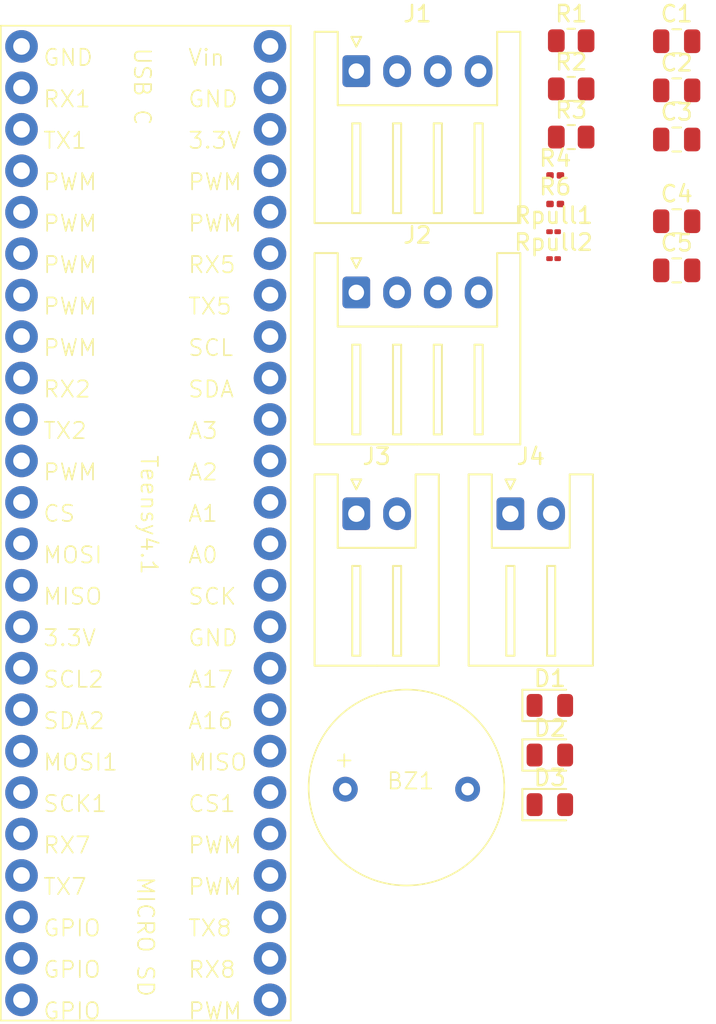
<source format=kicad_pcb>
(kicad_pcb (version 20241229) (generator "pcbnew") (generator_version "9.0")
  (layers (0 "F.Cu" signal) (2 "B.Cu" signal) (13 "F.Paste" user) (15 "B.Paste" user) (5 "F.SilkS" user "F.Silkscreen") (7 "B.SilkS" user "B.Silkscreen") (1 "F.Mask" user) (3 "B.Mask" user) (25 "Edge.Cuts" user))
  (net 0 "")
  (net 1 "GND")
  (net 2 "Net-(BZ1-+)")
  (net 3 "Net-(U2-CAP)")
  (net 4 "+3V3")
  (net 5 "Net-(D1-K)")
  (net 6 "Net-(D2-A)")
  (net 7 "Net-(D2-K)")
  (net 8 "Net-(D3-K)")
  (net 9 "Net-(D3-A)")
  (net 10 "SDA")
  (net 11 "SCL")
  (net 12 "TX")
  (net 13 "RX")
  (net 14 "Net-(J3-Pin_1)")
  (net 15 "Net-(J4-Pin_1)")
  (net 16 "Net-(Teensy4.1-A0)")
  (footprint "Connector_JST:JST_XH_S2B-XH-A_1x02_P2.50mm_Horizontal" (layer "F.Cu") (at 151.6425 77.175)
    (property "Reference" "J4" (at 1.25 -3.51 0) (layer "F.SilkS"))
    (property "Value" "SW")
    (fp_line (start -2.56 -2.41) (end -1.14 -2.41) (stroke (width 0.12)) (layer "F.SilkS"))
    (fp_line (start -2.56 9.31) (end -2.56 -2.41) (stroke (width 0.12)) (layer "F.SilkS"))
    (fp_line (start -1.14 -2.41) (end -1.14 2.09) (stroke (width 0.12)) (layer "F.SilkS"))
    (fp_line (start -1.14 2.09) (end 1.25 2.09) (stroke (width 0.12)) (layer "F.SilkS"))
    (fp_line (start -0.3 -2.1) (end 0.3 -2.1) (stroke (width 0.12)) (layer "F.SilkS"))
    (fp_line (start -0.25 3.2) (end -0.25 8.7) (stroke (width 0.12)) (layer "F.SilkS"))
    (fp_line (start -0.25 8.7) (end 0.25 8.7) (stroke (width 0.12)) (layer "F.SilkS"))
    (fp_line (start 0 -1.5) (end -0.3 -2.1) (stroke (width 0.12)) (layer "F.SilkS"))
    (fp_line (start 0.25 3.2) (end -0.25 3.2) (stroke (width 0.12)) (layer "F.SilkS"))
    (fp_line (start 0.25 8.7) (end 0.25 3.2) (stroke (width 0.12)) (layer "F.SilkS"))
    (fp_line (start 0.3 -2.1) (end 0 -1.5) (stroke (width 0.12)) (layer "F.SilkS"))
    (fp_line (start 1.25 9.31) (end -2.56 9.31) (stroke (width 0.12)) (layer "F.SilkS"))
    (fp_line (start 1.25 9.31) (end 5.06 9.31) (stroke (width 0.12)) (layer "F.SilkS"))
    (fp_line (start 2.25 3.2) (end 2.25 8.7) (stroke (width 0.12)) (layer "F.SilkS"))
    (fp_line (start 2.25 8.7) (end 2.75 8.7) (stroke (width 0.12)) (layer "F.SilkS"))
    (fp_line (start 2.75 3.2) (end 2.25 3.2) (stroke (width 0.12)) (layer "F.SilkS"))
    (fp_line (start 2.75 8.7) (end 2.75 3.2) (stroke (width 0.12)) (layer "F.SilkS"))
    (fp_line (start 3.64 -2.41) (end 3.64 2.09) (stroke (width 0.12)) (layer "F.SilkS"))
    (fp_line (start 3.64 2.09) (end 1.25 2.09) (stroke (width 0.12)) (layer "F.SilkS"))
    (fp_line (start 5.06 -2.41) (end 3.64 -2.41) (stroke (width 0.12)) (layer "F.SilkS"))
    (fp_line (start 5.06 9.31) (end 5.06 -2.41) (stroke (width 0.12)) (layer "F.SilkS"))
    (pad "1" thru_hole roundrect (at 0 0) (size 1.7 2) (drill 1) (layers "*.Cu" "*.Mask") (roundrect_rratio 0.147059) (net 15 "Net-(J4-Pin_1)"))
    (pad "2" thru_hole oval (at 2.5 0) (size 1.7 2) (drill 1) (layers "*.Cu" "*.Mask") (net 14 "Net-(J3-Pin_1)"))
  )
  (footprint "Capacitor_SMD:C_0805_2012Metric" (layer "F.Cu") (at 161.8425 54.245)
    (property "Reference" "C3" (at 0 -1.68 0) (layer "F.SilkS"))
    (property "Value" "100nF")
    (fp_line (start -0.261252 -0.735) (end 0.261252 -0.735) (stroke (width 0.12)) (layer "F.SilkS"))
    (fp_line (start -0.261252 0.735) (end 0.261252 0.735) (stroke (width 0.12)) (layer "F.SilkS"))
    (pad "1" smd roundrect (at -0.95 0) (size 1 1.45) (layers "F.Cu" "F.Mask" "F.Paste") (net 4 "+3V3"))
    (pad "2" smd roundrect (at 0.95 0) (size 1 1.45) (layers "F.Cu" "F.Mask" "F.Paste") (net 1 "GND"))
  )
  (footprint "Resistor_SMD:R_0805_2012Metric" (layer "F.Cu") (at 155.3725 54.095)
    (property "Reference" "R3" (at 0 -1.65 0) (layer "F.SilkS"))
    (property "Value" "560")
    (fp_line (start -0.227064 -0.735) (end 0.227064 -0.735) (stroke (width 0.12)) (layer "F.SilkS"))
    (fp_line (start -0.227064 0.735) (end 0.227064 0.735) (stroke (width 0.12)) (layer "F.SilkS"))
    (pad "1" smd roundrect (at -0.9125 0) (size 1.025 1.4) (layers "F.Cu" "F.Mask" "F.Paste") (roundrect_rratio 0.243902) (net 8 "Net-(D3-K)"))
    (pad "2" smd roundrect (at 0.9125 0) (size 1.025 1.4) (layers "F.Cu" "F.Mask" "F.Paste") (roundrect_rratio 0.243902) (net 1 "GND"))
  )
  (footprint "Resistor_SMD:R_01005_0402Metric" (layer "F.Cu") (at 154.2925 61.545)
    (property "Reference" "Rpull2" (at 0 -1 0) (layer "F.SilkS"))
    (property "Value" "5k1")
    (pad "1" smd roundrect (at -0.25 0) (size 0.4 0.3) (layers "F.Cu" "F.Mask") (net 10 "SDA"))
    (pad "2" smd roundrect (at 0.25 0) (size 0.4 0.3) (layers "F.Cu" "F.Mask") (net 4 "+3V3"))
  )
  (footprint "Capacitor_SMD:C_0805_2012Metric" (layer "F.Cu") (at 161.8425 62.265)
    (property "Reference" "C5" (at 0 -1.68 0) (layer "F.SilkS"))
    (property "Value" "100nF")
    (fp_line (start -0.261252 -0.735) (end 0.261252 -0.735) (stroke (width 0.12)) (layer "F.SilkS"))
    (fp_line (start -0.261252 0.735) (end 0.261252 0.735) (stroke (width 0.12)) (layer "F.SilkS"))
    (pad "1" smd roundrect (at -0.95 0) (size 1 1.45) (layers "F.Cu" "F.Mask" "F.Paste") (net 4 "+3V3"))
    (pad "2" smd roundrect (at 0.95 0) (size 1 1.45) (layers "F.Cu" "F.Mask" "F.Paste") (net 1 "GND"))
  )
  (footprint "Resistor_SMD:R_0805_2012Metric" (layer "F.Cu") (at 155.3725 51.145)
    (property "Reference" "R2" (at 0 -1.65 0) (layer "F.SilkS"))
    (property "Value" "560")
    (fp_line (start -0.227064 -0.735) (end 0.227064 -0.735) (stroke (width 0.12)) (layer "F.SilkS"))
    (fp_line (start -0.227064 0.735) (end 0.227064 0.735) (stroke (width 0.12)) (layer "F.SilkS"))
    (pad "1" smd roundrect (at -0.9125 0) (size 1.025 1.4) (layers "F.Cu" "F.Mask" "F.Paste") (roundrect_rratio 0.243902) (net 7 "Net-(D2-K)"))
    (pad "2" smd roundrect (at 0.9125 0) (size 1.025 1.4) (layers "F.Cu" "F.Mask" "F.Paste") (roundrect_rratio 0.243902) (net 1 "GND"))
  )
  (footprint "Capacitor_SMD:C_0805_2012Metric" (layer "F.Cu") (at 161.8425 51.235)
    (property "Reference" "C2" (at 0 -1.68 0) (layer "F.SilkS"))
    (property "Value" "100nF")
    (fp_line (start -0.261252 -0.735) (end 0.261252 -0.735) (stroke (width 0.12)) (layer "F.SilkS"))
    (fp_line (start -0.261252 0.735) (end 0.261252 0.735) (stroke (width 0.12)) (layer "F.SilkS"))
    (pad "1" smd roundrect (at -0.95 0) (size 1 1.45) (layers "F.Cu" "F.Mask" "F.Paste") (net 4 "+3V3"))
    (pad "2" smd roundrect (at 0.95 0) (size 1 1.45) (layers "F.Cu" "F.Mask" "F.Paste") (net 1 "GND"))
  )
  (footprint "Resistor_SMD:R_0805_2012Metric" (layer "F.Cu") (at 155.3725 48.195)
    (property "Reference" "R1" (at 0 -1.65 0) (layer "F.SilkS"))
    (property "Value" "560")
    (fp_line (start -0.227064 -0.735) (end 0.227064 -0.735) (stroke (width 0.12)) (layer "F.SilkS"))
    (fp_line (start -0.227064 0.735) (end 0.227064 0.735) (stroke (width 0.12)) (layer "F.SilkS"))
    (pad "1" smd roundrect (at -0.9125 0) (size 1.025 1.4) (layers "F.Cu" "F.Mask" "F.Paste") (roundrect_rratio 0.243902) (net 5 "Net-(D1-K)"))
    (pad "2" smd roundrect (at 0.9125 0) (size 1.025 1.4) (layers "F.Cu" "F.Mask" "F.Paste") (roundrect_rratio 0.243902) (net 1 "GND"))
  )
  (footprint "Resistor_SMD:R_0201_0603Metric" (layer "F.Cu") (at 154.3925 56.445)
    (property "Reference" "R4" (at 0 -1.05 0) (layer "F.SilkS"))
    (property "Value" "78k7")
    (pad "1" smd roundrect (at -0.32 0) (size 0.46 0.4) (layers "F.Cu" "F.Mask") (net 16 "Net-(Teensy4.1-A0)"))
    (pad "2" smd roundrect (at 0.32 0) (size 0.46 0.4) (layers "F.Cu" "F.Mask") (net 14 "Net-(J3-Pin_1)"))
  )
  (footprint "Capacitor_SMD:C_0805_2012Metric" (layer "F.Cu") (at 161.8425 48.225)
    (property "Reference" "C1" (at 0 -1.68 0) (layer "F.SilkS"))
    (property "Value" "1uF")
    (fp_line (start -0.261252 -0.735) (end 0.261252 -0.735) (stroke (width 0.12)) (layer "F.SilkS"))
    (fp_line (start -0.261252 0.735) (end 0.261252 0.735) (stroke (width 0.12)) (layer "F.SilkS"))
    (pad "1" smd roundrect (at -0.95 0) (size 1 1.45) (layers "F.Cu" "F.Mask" "F.Paste") (net 1 "GND"))
    (pad "2" smd roundrect (at 0.95 0) (size 1 1.45) (layers "F.Cu" "F.Mask" "F.Paste") (net 3 "Net-(U2-CAP)"))
  )
  (footprint "Connector_JST:JST_XH_S2B-XH-A_1x02_P2.50mm_Horizontal" (layer "F.Cu") (at 142.1925 77.175)
    (property "Reference" "J3" (at 1.25 -3.51 0) (layer "F.SilkS"))
    (property "Value" "BAT")
    (fp_line (start -2.56 -2.41) (end -1.14 -2.41) (stroke (width 0.12)) (layer "F.SilkS"))
    (fp_line (start -2.56 9.31) (end -2.56 -2.41) (stroke (width 0.12)) (layer "F.SilkS"))
    (fp_line (start -1.14 -2.41) (end -1.14 2.09) (stroke (width 0.12)) (layer "F.SilkS"))
    (fp_line (start -1.14 2.09) (end 1.25 2.09) (stroke (width 0.12)) (layer "F.SilkS"))
    (fp_line (start -0.3 -2.1) (end 0.3 -2.1) (stroke (width 0.12)) (layer "F.SilkS"))
    (fp_line (start -0.25 3.2) (end -0.25 8.7) (stroke (width 0.12)) (layer "F.SilkS"))
    (fp_line (start -0.25 8.7) (end 0.25 8.7) (stroke (width 0.12)) (layer "F.SilkS"))
    (fp_line (start 0 -1.5) (end -0.3 -2.1) (stroke (width 0.12)) (layer "F.SilkS"))
    (fp_line (start 0.25 3.2) (end -0.25 3.2) (stroke (width 0.12)) (layer "F.SilkS"))
    (fp_line (start 0.25 8.7) (end 0.25 3.2) (stroke (width 0.12)) (layer "F.SilkS"))
    (fp_line (start 0.3 -2.1) (end 0 -1.5) (stroke (width 0.12)) (layer "F.SilkS"))
    (fp_line (start 1.25 9.31) (end -2.56 9.31) (stroke (width 0.12)) (layer "F.SilkS"))
    (fp_line (start 1.25 9.31) (end 5.06 9.31) (stroke (width 0.12)) (layer "F.SilkS"))
    (fp_line (start 2.25 3.2) (end 2.25 8.7) (stroke (width 0.12)) (layer "F.SilkS"))
    (fp_line (start 2.25 8.7) (end 2.75 8.7) (stroke (width 0.12)) (layer "F.SilkS"))
    (fp_line (start 2.75 3.2) (end 2.25 3.2) (stroke (width 0.12)) (layer "F.SilkS"))
    (fp_line (start 2.75 8.7) (end 2.75 3.2) (stroke (width 0.12)) (layer "F.SilkS"))
    (fp_line (start 3.64 -2.41) (end 3.64 2.09) (stroke (width 0.12)) (layer "F.SilkS"))
    (fp_line (start 3.64 2.09) (end 1.25 2.09) (stroke (width 0.12)) (layer "F.SilkS"))
    (fp_line (start 5.06 -2.41) (end 3.64 -2.41) (stroke (width 0.12)) (layer "F.SilkS"))
    (fp_line (start 5.06 9.31) (end 5.06 -2.41) (stroke (width 0.12)) (layer "F.SilkS"))
    (pad "1" thru_hole roundrect (at 0 0) (size 1.7 2) (drill 1) (layers "*.Cu" "*.Mask") (roundrect_rratio 0.147059) (net 14 "Net-(J3-Pin_1)"))
    (pad "2" thru_hole oval (at 2.5 0) (size 1.7 2) (drill 1) (layers "*.Cu" "*.Mask") (net 1 "GND"))
  )
  (footprint "Resistor_SMD:R_01005_0402Metric" (layer "F.Cu") (at 154.2925 59.895)
    (property "Reference" "Rpull1" (at 0 -1 0) (layer "F.SilkS"))
    (property "Value" "5k1")
    (pad "1" smd roundrect (at -0.25 0) (size 0.4 0.3) (layers "F.Cu" "F.Mask") (net 11 "SCL"))
    (pad "2" smd roundrect (at 0.25 0) (size 0.4 0.3) (layers "F.Cu" "F.Mask") (net 4 "+3V3"))
  )
  (footprint "my footprint library:teensy" (layer "F.Cu") (at 129.2775 77.75)
    (property "Reference" "Teensy4.1" (at 0.2 -0.5 270) (layer "F.SilkS") (effects (font (thickness 0.1))))
    (property "Value" "~")
    (fp_line (start -8.89 -1.27) (end -8.89 -30.48) (stroke (width 0.1)) (layer "F.SilkS"))
    (fp_line (start -8.89 -1.27) (end -8.89 0) (stroke (width 0.1)) (layer "F.SilkS"))
    (fp_line (start -8.89 0) (end -8.89 30.48) (stroke (width 0.1)) (layer "F.SilkS"))
    (fp_line (start -8.89 30.48) (end 8.89 30.48) (stroke (width 0.1)) (layer "F.SilkS"))
    (fp_line (start 8.89 -30.48) (end -8.89 -30.48) (stroke (width 0.1)) (layer "F.SilkS"))
    (fp_line (start 8.89 -30.48) (end 8.89 -2.54) (stroke (width 0.1)) (layer "F.SilkS"))
    (fp_line (start 8.89 30.48) (end 8.89 -2.54) (stroke (width 0.1)) (layer "F.SilkS"))
    (fp_text user "USB C" (at -0.8 -29.2 270) (layer "F.SilkS") (effects (font (thickness 0.1)) (justify left bottom)))
    (fp_text user "GND" (at 2.54 -25.4 0) (layer "F.SilkS") (effects (font (thickness 0.1)) (justify left bottom)))
    (fp_text user "MOSI1" (at -6.35 15.24 0) (layer "F.SilkS") (effects (font (thickness 0.1)) (justify left bottom)))
    (fp_text user "TX2" (at -6.35 -5.08 0) (layer "F.SilkS") (effects (font (thickness 0.1)) (justify left bottom)))
    (fp_text user "A0" (at 2.54 2.54 0) (layer "F.SilkS") (effects (font (thickness 0.1)) (justify left bottom)))
    (fp_text user "GPIO" (at -6.35 25.4 0) (layer "F.SilkS") (effects (font (thickness 0.1)) (justify left bottom)))
    (fp_text user "3.3V" (at 2.54 -22.86 0) (layer "F.SilkS") (effects (font (thickness 0.1)) (justify left bottom)))
    (fp_text user "MISO" (at 2.54 15.24 0) (layer "F.SilkS") (effects (font (thickness 0.1)) (justify left bottom)))
    (fp_text user "PWM" (at -6.35 -2.54 0) (layer "F.SilkS") (effects (font (thickness 0.1)) (justify left bottom)))
    (fp_text user "RX8" (at 2.54 27.94 0) (layer "F.SilkS") (effects (font (thickness 0.1)) (justify left bottom)))
    (fp_text user "PWM" (at 2.54 -20.32 0) (layer "F.SilkS") (effects (font (thickness 0.1)) (justify left bottom)))
    (fp_text user "TX1" (at -6.35 -22.86 0) (layer "F.SilkS") (effects (font (thickness 0.1)) (justify left bottom)))
    (fp_text user "CS" (at -6.35 0 0) (layer "F.SilkS") (effects (font (thickness 0.1)) (justify left bottom)))
    (fp_text user "GPIO" (at -6.35 27.94 0) (layer "F.SilkS") (effects (font (thickness 0.1)) (justify left bottom)))
    (fp_text user "PWM" (at -6.35 -10.16 0) (layer "F.SilkS") (effects (font (thickness 0.1)) (justify left bottom)))
    (fp_text user "PWM" (at 2.54 22.86 0) (layer "F.SilkS") (effects (font (thickness 0.1)) (justify left bottom)))
    (fp_text user "A3" (at 2.54 -5.08 0) (layer "F.SilkS") (effects (font (thickness 0.1)) (justify left bottom)))
    (fp_text user "SDA2" (at -6.35 12.7 0) (layer "F.SilkS") (effects (font (thickness 0.1)) (justify left bottom)))
    (fp_text user "RX7" (at -6.35 20.32 0) (layer "F.SilkS") (effects (font (thickness 0.1)) (justify left bottom)))
    (fp_text user "PWM" (at 2.54 30.48 0) (layer "F.SilkS") (effects (font (thickness 0.1)) (justify left bottom)))
    (fp_text user "MISO" (at -6.35 5.08 0) (layer "F.SilkS") (effects (font (thickness 0.1)) (justify left bottom)))
    (fp_text user "3.3V" (at -6.35 7.62 0) (layer "F.SilkS") (effects (font (thickness 0.1)) (justify left bottom)))
    (fp_text user "PWM" (at -6.35 -12.7 0) (layer "F.SilkS") (effects (font (thickness 0.1)) (justify left bottom)))
    (fp_text user "A1" (at 2.54 0 0) (layer "F.SilkS") (effects (font (thickness 0.1)) (justify left bottom)))
    (fp_text user "PWM" (at -6.35 -20.32 0) (layer "F.SilkS") (effects (font (thickness 0.1)) (justify left bottom)))
    (fp_text user "SCL" (at 2.54 -10.16 0) (layer "F.SilkS") (effects (font (thickness 0.1)) (justify left bottom)))
    (fp_text user "SCL2" (at -6.35 10.16 0) (layer "F.SilkS") (effects (font (thickness 0.1)) (justify left bottom)))
    (fp_text user "SCK1" (at -6.35 17.78 0) (layer "F.SilkS") (effects (font (thickness 0.1)) (justify left bottom)))
    (fp_text user "SCK" (at 2.54 5.08 0) (layer "F.SilkS") (effects (font (thickness 0.1)) (justify left bottom)))
    (fp_text user "PWM" (at -6.35 -15.24 0) (layer "F.SilkS") (effects (font (thickness 0.1)) (justify left bottom)))
    (fp_text user "CS1" (at 2.54 17.78 0) (layer "F.SilkS") (effects (font (thickness 0.1)) (justify left bottom)))
    (fp_text user "PWM" (at 2.54 20.32 0) (layer "F.SilkS") (effects (font (thickness 0.1)) (justify left bottom)))
    (fp_text user "PWM" (at 2.54 -17.78 0) (layer "F.SilkS") (effects (font (thickness 0.1)) (justify left bottom)))
    (fp_text user "A16" (at 2.54 12.7 0) (layer "F.SilkS") (effects (font (thickness 0.1)) (justify left bottom)))
    (fp_text user "RX1" (at -6.35 -25.4 0) (layer "F.SilkS") (effects (font (thickness 0.1)) (justify left bottom)))
    (fp_text user "RX5" (at 2.54 -15.24 0) (layer "F.SilkS") (effects (font (thickness 0.1)) (justify left bottom)))
    (fp_text user "GPIO" (at -6.35 30.48 0) (layer "F.SilkS") (effects (font (thickness 0.1)) (justify left bottom)))
    (fp_text user "Vin" (at 2.54 -27.94 0) (layer "F.SilkS") (effects (font (thickness 0.1)) (justify left bottom)))
    (fp_text user "MOSI" (at -6.35 2.54 0) (layer "F.SilkS") (effects (font (thickness 0.1)) (justify left bottom)))
    (fp_text user "SDA" (at 2.54 -7.62 0) (layer "F.SilkS") (effects (font (thickness 0.1)) (justify left bottom)))
    (fp_text user "TX7" (at -6.35 22.86 0) (layer "F.SilkS") (effects (font (thickness 0.1)) (justify left bottom)))
    (fp_text user "PWM" (at -6.35 -17.78 0) (layer "F.SilkS") (effects (font (thickness 0.1)) (justify left bottom)))
    (fp_text user "A17" (at 2.54 10.16 0) (layer "F.SilkS") (effects (font (thickness 0.1)) (justify left bottom)))
    (fp_text user "A2" (at 2.54 -2.54 0) (layer "F.SilkS") (effects (font (thickness 0.1)) (justify left bottom)))
    (fp_text user "TX5" (at 2.54 -12.7 0) (layer "F.SilkS") (effects (font (thickness 0.1)) (justify left bottom)))
    (fp_text user "MICRO SD" (at -0.6 21.59 270) (layer "F.SilkS") (effects (font (thickness 0.1)) (justify left bottom)))
    (fp_text user "GND" (at 2.54 7.62 0) (layer "F.SilkS") (effects (font (thickness 0.1)) (justify left bottom)))
    (fp_text user "RX2" (at -6.35 -7.62 0) (layer "F.SilkS") (effects (font (thickness 0.1)) (justify left bottom)))
    (fp_text user "GND" (at -6.35 -27.94 0) (layer "F.SilkS") (effects (font (thickness 0.1)) (justify left bottom)))
    (fp_text user "TX8" (at 2.54 25.4 0) (layer "F.SilkS") (effects (font (thickness 0.1)) (justify left bottom)))
    (pad "0" thru_hole circle (at -7.62 -26.67) (size 2 2) (drill 1.02) (layers "*.Cu" "*.Mask") (net 13 "RX"))
    (pad "1" thru_hole circle (at -7.62 -24.13) (size 2 2) (drill 1.02) (layers "*.Cu" "*.Mask") (net 12 "TX"))
    (pad "2" thru_hole circle (at -7.62 -21.59) (size 2 2) (drill 1.02) (layers "*.Cu" "*.Mask"))
    (pad "3" thru_hole circle (at -7.62 -19.05) (size 2 2) (drill 1.02) (layers "*.Cu" "*.Mask"))
    (pad "3V" thru_hole circle (at -7.62 6.35) (size 2 2) (drill 1.02) (layers "*.Cu" "*.Mask"))
    (pad "3V1" thru_hole circle (at 7.62 -24.13) (size 2 2) (drill 1.02) (layers "*.Cu" "*.Mask") (net 4 "+3V3"))
    (pad "4" thru_hole circle (at -7.62 -16.51) (size 2 2) (drill 1.02) (layers "*.Cu" "*.Mask"))
    (pad "5" thru_hole circle (at -7.62 -13.97) (size 2 2) (drill 1.02) (layers "*.Cu" "*.Mask"))
    (pad "5V" thru_hole circle (at 7.62 -29.21) (size 2 2) (drill 1.02) (layers "*.Cu" "*.Mask") (net 15 "Net-(J4-Pin_1)"))
    (pad "6" thru_hole circle (at -7.62 -11.43) (size 2 2) (drill 1.02) (layers "*.Cu" "*.Mask"))
    (pad "7" thru_hole circle (at -7.62 -8.89) (size 2 2) (drill 1.02) (layers "*.Cu" "*.Mask"))
    (pad "8" thru_hole circle (at -7.62 -6.35) (size 2 2) (drill 1.02) (layers "*.Cu" "*.Mask"))
    (pad "9" thru_hole circle (at -7.62 -3.81) (size 2 2) (drill 1.02) (layers "*.Cu" "*.Mask"))
    (pad "10" thru_hole circle (at -7.62 -1.27) (size 2 2) (drill 1.02) (layers "*.Cu" "*.Mask"))
    (pad "11" thru_hole circle (at -7.62 1.27) (size 2 2) (drill 1.02) (layers "*.Cu" "*.Mask"))
    (pad "12" thru_hole circle (at -7.62 3.81) (size 2 2) (drill 1.02) (layers "*.Cu" "*.Mask"))
    (pad "13" thru_hole circle (at 7.62 3.81) (size 2 2) (drill 1.02) (layers "*.Cu" "*.Mask"))
    (pad "14" thru_hole circle (at 7.62 1.27) (size 2 2) (drill 1.02) (layers "*.Cu" "*.Mask") (net 16 "Net-(Teensy4.1-A0)"))
    (pad "15" thru_hole circle (at 7.62 -1.27) (size 2 2) (drill 1.02) (layers "*.Cu" "*.Mask"))
    (pad "16" thru_hole circle (at 7.62 -3.81) (size 2 2) (drill 1.02) (layers "*.Cu" "*.Mask"))
    (pad "17" thru_hole circle (at 7.62 -6.35) (size 2 2) (drill 1.02) (layers "*.Cu" "*.Mask"))
    (pad "18" thru_hole circle (at 7.62 -8.89) (size 2 2) (drill 1.02) (layers "*.Cu" "*.Mask") (net 10 "SDA"))
    (pad "19" thru_hole circle (at 7.62 -11.43) (size 2 2) (drill 1.02) (layers "*.Cu" "*.Mask") (net 11 "SCL"))
    (pad "20" thru_hole circle (at 7.62 -13.97) (size 2 2) (drill 1.02) (layers "*.Cu" "*.Mask"))
    (pad "21" thru_hole circle (at 7.62 -16.51) (size 2 2) (drill 1.02) (layers "*.Cu" "*.Mask"))
    (pad "22" thru_hole circle (at 7.62 -19.05) (size 2 2) (drill 1.02) (layers "*.Cu" "*.Mask"))
    (pad "23" thru_hole circle (at 7.62 -21.59) (size 2 2) (drill 1.02) (layers "*.Cu" "*.Mask"))
    (pad "24" thru_hole circle (at -7.62 8.89) (size 2 2) (drill 1.02) (layers "*.Cu" "*.Mask"))
    (pad "25" thru_hole circle (at -7.62 11.43) (size 2 2) (drill 1.02) (layers "*.Cu" "*.Mask"))
    (pad "26" thru_hole circle (at -7.62 13.97) (size 2 2) (drill 1.02) (layers "*.Cu" "*.Mask"))
    (pad "27" thru_hole circle (at -7.62 16.51) (size 2 2) (drill 1.02) (layers "*.Cu" "*.Mask"))
    (pad "28" thru_hole circle (at -7.62 19.05) (size 2 2) (drill 1.02) (layers "*.Cu" "*.Mask"))
    (pad "29" thru_hole circle (at -7.62 21.59) (size 2 2) (drill 1.02) (layers "*.Cu" "*.Mask"))
    (pad "30" thru_hole circle (at -7.62 24.13) (size 2 2) (drill 1.02) (layers "*.Cu" "*.Mask"))
    (pad "31" thru_hole circle (at -7.62 26.67) (size 2 2) (drill 1.02) (layers "*.Cu" "*.Mask") (net 9 "Net-(D3-A)"))
    (pad "32" thru_hole circle (at -7.62 29.21) (size 2 2) (drill 1.02) (layers "*.Cu" "*.Mask") (net 6 "Net-(D2-A)"))
    (pad "33" thru_hole circle (at 7.62 29.21) (size 2 2) (drill 1.02) (layers "*.Cu" "*.Mask") (net 2 "Net-(BZ1-+)"))
    (pad "34" thru_hole circle (at 7.62 26.67) (size 2 2) (drill 1.02) (layers "*.Cu" "*.Mask"))
    (pad "35" thru_hole circle (at 7.62 24.13) (size 2 2) (drill 1.02) (layers "*.Cu" "*.Mask"))
    (pad "36" thru_hole circle (at 7.62 21.59) (size 2 2) (drill 1.02) (layers "*.Cu" "*.Mask"))
    (pad "37" thru_hole circle (at 7.62 19.05) (size 2 2) (drill 1.02) (layers "*.Cu" "*.Mask"))
    (pad "38" thru_hole circle (at 7.62 16.51) (size 2 2) (drill 1.02) (layers "*.Cu" "*.Mask"))
    (pad "39" thru_hole circle (at 7.62 13.97) (size 2 2) (drill 1.02) (layers "*.Cu" "*.Mask"))
    (pad "40" thru_hole circle (at 7.62 11.43) (size 2 2) (drill 1.02) (layers "*.Cu" "*.Mask"))
    (pad "41" thru_hole circle (at 7.62 8.89) (size 2 2) (drill 1.02) (layers "*.Cu" "*.Mask"))
    (pad "G" thru_hole circle (at -7.62 -29.21) (size 2 2) (drill 1.02) (layers "*.Cu" "*.Mask"))
    (pad "G1" thru_hole circle (at 7.62 -26.67) (size 2 2) (drill 1.02) (layers "*.Cu" "*.Mask") (net 1 "GND"))
    (pad "G2" thru_hole circle (at 7.62 6.35) (size 2 2) (drill 1.02) (layers "*.Cu" "*.Mask"))
  )
  (footprint "adaafruitBuzzer:Adafruit_Buzzer" (layer "F.Cu") (at 145.519375 94.051875)
    (property "Reference" "BZ1" (at 0 -0.5 0) (layer "F.SilkS") (effects (font (thickness 0.1))))
    (property "Value" "Buzzer")
    (fp_circle (center -0.25 -0.1) (end 5.75 -0.25) (stroke (width 0.1)) (fill no) (layer "F.SilkS"))
    (fp_text user "+" (at -4.75 -1.25 0) (layer "F.SilkS") (effects (font (thickness 0.1)) (justify left bottom)))
    (pad "1" thru_hole circle (at -4 0) (size 1.524 1.524) (drill 0.762) (layers "*.Cu" "*.Mask") (net 2 "Net-(BZ1-+)"))
    (pad "2" thru_hole circle (at 3.5 0) (size 1.524 1.524) (drill 0.762) (layers "*.Cu" "*.Mask") (net 1 "GND"))
  )
  (footprint "Connector_JST:JST_XH_S4B-XH-A_1x04_P2.50mm_Horizontal" (layer "F.Cu") (at 142.1925 63.615)
    (property "Reference" "J2" (at 3.75 -3.51 0) (layer "F.SilkS"))
    (property "Value" "UART Radio Connector")
    (fp_line (start -2.56 -2.41) (end -1.14 -2.41) (stroke (width 0.12)) (layer "F.SilkS"))
    (fp_line (start -2.56 9.31) (end -2.56 -2.41) (stroke (width 0.12)) (layer "F.SilkS"))
    (fp_line (start -1.14 -2.41) (end -1.14 2.09) (stroke (width 0.12)) (layer "F.SilkS"))
    (fp_line (start -1.14 2.09) (end 3.75 2.09) (stroke (width 0.12)) (layer "F.SilkS"))
    (fp_line (start -0.3 -2.1) (end 0.3 -2.1) (stroke (width 0.12)) (layer "F.SilkS"))
    (fp_line (start -0.25 3.2) (end -0.25 8.7) (stroke (width 0.12)) (layer "F.SilkS"))
    (fp_line (start -0.25 8.7) (end 0.25 8.7) (stroke (width 0.12)) (layer "F.SilkS"))
    (fp_line (start 0 -1.5) (end -0.3 -2.1) (stroke (width 0.12)) (layer "F.SilkS"))
    (fp_line (start 0.25 3.2) (end -0.25 3.2) (stroke (width 0.12)) (layer "F.SilkS"))
    (fp_line (start 0.25 8.7) (end 0.25 3.2) (stroke (width 0.12)) (layer "F.SilkS"))
    (fp_line (start 0.3 -2.1) (end 0 -1.5) (stroke (width 0.12)) (layer "F.SilkS"))
    (fp_line (start 2.25 3.2) (end 2.25 8.7) (stroke (width 0.12)) (layer "F.SilkS"))
    (fp_line (start 2.25 8.7) (end 2.75 8.7) (stroke (width 0.12)) (layer "F.SilkS"))
    (fp_line (start 2.75 3.2) (end 2.25 3.2) (stroke (width 0.12)) (layer "F.SilkS"))
    (fp_line (start 2.75 8.7) (end 2.75 3.2) (stroke (width 0.12)) (layer "F.SilkS"))
    (fp_line (start 3.75 9.31) (end -2.56 9.31) (stroke (width 0.12)) (layer "F.SilkS"))
    (fp_line (start 3.75 9.31) (end 10.06 9.31) (stroke (width 0.12)) (layer "F.SilkS"))
    (fp_line (start 4.75 3.2) (end 4.75 8.7) (stroke (width 0.12)) (layer "F.SilkS"))
    (fp_line (start 4.75 8.7) (end 5.25 8.7) (stroke (width 0.12)) (layer "F.SilkS"))
    (fp_line (start 5.25 3.2) (end 4.75 3.2) (stroke (width 0.12)) (layer "F.SilkS"))
    (fp_line (start 5.25 8.7) (end 5.25 3.2) (stroke (width 0.12)) (layer "F.SilkS"))
    (fp_line (start 7.25 3.2) (end 7.25 8.7) (stroke (width 0.12)) (layer "F.SilkS"))
    (fp_line (start 7.25 8.7) (end 7.75 8.7) (stroke (width 0.12)) (layer "F.SilkS"))
    (fp_line (start 7.75 3.2) (end 7.25 3.2) (stroke (width 0.12)) (layer "F.SilkS"))
    (fp_line (start 7.75 8.7) (end 7.75 3.2) (stroke (width 0.12)) (layer "F.SilkS"))
    (fp_line (start 8.64 -2.41) (end 8.64 2.09) (stroke (width 0.12)) (layer "F.SilkS"))
    (fp_line (start 8.64 2.09) (end 3.75 2.09) (stroke (width 0.12)) (layer "F.SilkS"))
    (fp_line (start 10.06 -2.41) (end 8.64 -2.41) (stroke (width 0.12)) (layer "F.SilkS"))
    (fp_line (start 10.06 9.31) (end 10.06 -2.41) (stroke (width 0.12)) (layer "F.SilkS"))
    (pad "1" thru_hole roundrect (at 0 0) (size 1.7 1.95) (drill 0.95) (layers "*.Cu" "*.Mask") (roundrect_rratio 0.147059) (net 4 "+3V3"))
    (pad "2" thru_hole oval (at 2.5 0) (size 1.7 1.95) (drill 0.95) (layers "*.Cu" "*.Mask") (net 12 "TX"))
    (pad "3" thru_hole oval (at 5 0) (size 1.7 1.95) (drill 0.95) (layers "*.Cu" "*.Mask") (net 13 "RX"))
    (pad "4" thru_hole oval (at 7.5 0) (size 1.7 1.95) (drill 0.95) (layers "*.Cu" "*.Mask") (net 1 "GND"))
  )
  (footprint "LED_SMD:LED_0805_2012Metric" (layer "F.Cu") (at 154.0625 88.92)
    (property "Reference" "D1" (at 0 -1.65 0) (layer "F.SilkS"))
    (property "Value" "LED")
    (fp_line (start -1.685 -0.96) (end -1.685 0.96) (stroke (width 0.12)) (layer "F.SilkS"))
    (fp_line (start -1.685 0.96) (end 1 0.96) (stroke (width 0.12)) (layer "F.SilkS"))
    (fp_line (start 1 -0.96) (end -1.685 -0.96) (stroke (width 0.12)) (layer "F.SilkS"))
    (pad "1" smd roundrect (at -0.9375 0) (size 0.975 1.4) (layers "F.Cu" "F.Mask" "F.Paste") (net 5 "Net-(D1-K)"))
    (pad "2" smd roundrect (at 0.9375 0) (size 0.975 1.4) (layers "F.Cu" "F.Mask" "F.Paste") (net 4 "+3V3"))
  )
  (footprint "LED_SMD:LED_0805_2012Metric" (layer "F.Cu") (at 154.0625 95)
    (property "Reference" "D3" (at 0 -1.65 0) (layer "F.SilkS"))
    (property "Value" "LED")
    (fp_line (start -1.685 -0.96) (end -1.685 0.96) (stroke (width 0.12)) (layer "F.SilkS"))
    (fp_line (start -1.685 0.96) (end 1 0.96) (stroke (width 0.12)) (layer "F.SilkS"))
    (fp_line (start 1 -0.96) (end -1.685 -0.96) (stroke (width 0.12)) (layer "F.SilkS"))
    (pad "1" smd roundrect (at -0.9375 0) (size 0.975 1.4) (layers "F.Cu" "F.Mask" "F.Paste") (net 8 "Net-(D3-K)"))
    (pad "2" smd roundrect (at 0.9375 0) (size 0.975 1.4) (layers "F.Cu" "F.Mask" "F.Paste") (net 9 "Net-(D3-A)"))
  )
  (footprint "Capacitor_SMD:C_0805_2012Metric" (layer "F.Cu") (at 161.8425 59.255)
    (property "Reference" "C4" (at 0 -1.68 0) (layer "F.SilkS"))
    (property "Value" "100nF")
    (fp_line (start -0.261252 -0.735) (end 0.261252 -0.735) (stroke (width 0.12)) (layer "F.SilkS"))
    (fp_line (start -0.261252 0.735) (end 0.261252 0.735) (stroke (width 0.12)) (layer "F.SilkS"))
    (pad "1" smd roundrect (at -0.95 0) (size 1 1.45) (layers "F.Cu" "F.Mask" "F.Paste") (net 1 "GND"))
    (pad "2" smd roundrect (at 0.95 0) (size 1 1.45) (layers "F.Cu" "F.Mask" "F.Paste") (net 4 "+3V3"))
  )
  (footprint "LED_SMD:LED_0805_2012Metric" (layer "F.Cu") (at 154.0625 91.96)
    (property "Reference" "D2" (at 0 -1.65 0) (layer "F.SilkS"))
    (property "Value" "LED")
    (fp_line (start -1.685 -0.96) (end -1.685 0.96) (stroke (width 0.12)) (layer "F.SilkS"))
    (fp_line (start -1.685 0.96) (end 1 0.96) (stroke (width 0.12)) (layer "F.SilkS"))
    (fp_line (start 1 -0.96) (end -1.685 -0.96) (stroke (width 0.12)) (layer "F.SilkS"))
    (pad "1" smd roundrect (at -0.9375 0) (size 0.975 1.4) (layers "F.Cu" "F.Mask" "F.Paste") (net 7 "Net-(D2-K)"))
    (pad "2" smd roundrect (at 0.9375 0) (size 0.975 1.4) (layers "F.Cu" "F.Mask" "F.Paste") (net 6 "Net-(D2-A)"))
  )
  (footprint "Resistor_SMD:R_0201_0603Metric" (layer "F.Cu") (at 154.3925 58.195)
    (property "Reference" "R6" (at 0 -1.05 0) (layer "F.SilkS"))
    (property "Value" "100k")
    (pad "1" smd roundrect (at -0.32 0) (size 0.46 0.4) (layers "F.Cu" "F.Mask") (net 1 "GND"))
    (pad "2" smd roundrect (at 0.32 0) (size 0.46 0.4) (layers "F.Cu" "F.Mask") (net 16 "Net-(Teensy4.1-A0)"))
  )
  (footprint "Connector_JST:JST_XH_S4B-XH-A_1x04_P2.50mm_Horizontal" (layer "F.Cu") (at 142.1925 50.055)
    (property "Reference" "J1" (at 3.75 -3.51 0) (layer "F.SilkS"))
    (property "Value" "I2C GPS Connector")
    (fp_line (start -2.56 -2.41) (end -1.14 -2.41) (stroke (width 0.12)) (layer "F.SilkS"))
    (fp_line (start -2.56 9.31) (end -2.56 -2.41) (stroke (width 0.12)) (layer "F.SilkS"))
    (fp_line (start -1.14 -2.41) (end -1.14 2.09) (stroke (width 0.12)) (layer "F.SilkS"))
    (fp_line (start -1.14 2.09) (end 3.75 2.09) (stroke (width 0.12)) (layer "F.SilkS"))
    (fp_line (start -0.3 -2.1) (end 0.3 -2.1) (stroke (width 0.12)) (layer "F.SilkS"))
    (fp_line (start -0.25 3.2) (end -0.25 8.7) (stroke (width 0.12)) (layer "F.SilkS"))
    (fp_line (start -0.25 8.7) (end 0.25 8.7) (stroke (width 0.12)) (layer "F.SilkS"))
    (fp_line (start 0 -1.5) (end -0.3 -2.1) (stroke (width 0.12)) (layer "F.SilkS"))
    (fp_line (start 0.25 3.2) (end -0.25 3.2) (stroke (width 0.12)) (layer "F.SilkS"))
    (fp_line (start 0.25 8.7) (end 0.25 3.2) (stroke (width 0.12)) (layer "F.SilkS"))
    (fp_line (start 0.3 -2.1) (end 0 -1.5) (stroke (width 0.12)) (layer "F.SilkS"))
    (fp_line (start 2.25 3.2) (end 2.25 8.7) (stroke (width 0.12)) (layer "F.SilkS"))
    (fp_line (start 2.25 8.7) (end 2.75 8.7) (stroke (width 0.12)) (layer "F.SilkS"))
    (fp_line (start 2.75 3.2) (end 2.25 3.2) (stroke (width 0.12)) (layer "F.SilkS"))
    (fp_line (start 2.75 8.7) (end 2.75 3.2) (stroke (width 0.12)) (layer "F.SilkS"))
    (fp_line (start 3.75 9.31) (end -2.56 9.31) (stroke (width 0.12)) (layer "F.SilkS"))
    (fp_line (start 3.75 9.31) (end 10.06 9.31) (stroke (width 0.12)) (layer "F.SilkS"))
    (fp_line (start 4.75 3.2) (end 4.75 8.7) (stroke (width 0.12)) (layer "F.SilkS"))
    (fp_line (start 4.75 8.7) (end 5.25 8.7) (stroke (width 0.12)) (layer "F.SilkS"))
    (fp_line (start 5.25 3.2) (end 4.75 3.2) (stroke (width 0.12)) (layer "F.SilkS"))
    (fp_line (start 5.25 8.7) (end 5.25 3.2) (stroke (width 0.12)) (layer "F.SilkS"))
    (fp_line (start 7.25 3.2) (end 7.25 8.7) (stroke (width 0.12)) (layer "F.SilkS"))
    (fp_line (start 7.25 8.7) (end 7.75 8.7) (stroke (width 0.12)) (layer "F.SilkS"))
    (fp_line (start 7.75 3.2) (end 7.25 3.2) (stroke (width 0.12)) (layer "F.SilkS"))
    (fp_line (start 7.75 8.7) (end 7.75 3.2) (stroke (width 0.12)) (layer "F.SilkS"))
    (fp_line (start 8.64 -2.41) (end 8.64 2.09) (stroke (width 0.12)) (layer "F.SilkS"))
    (fp_line (start 8.64 2.09) (end 3.75 2.09) (stroke (width 0.12)) (layer "F.SilkS"))
    (fp_line (start 10.06 -2.41) (end 8.64 -2.41) (stroke (width 0.12)) (layer "F.SilkS"))
    (fp_line (start 10.06 9.31) (end 10.06 -2.41) (stroke (width 0.12)) (layer "F.SilkS"))
    (pad "1" thru_hole roundrect (at 0 0) (size 1.7 1.95) (drill 0.95) (layers "*.Cu" "*.Mask") (roundrect_rratio 0.147059) (net 4 "+3V3"))
    (pad "2" thru_hole oval (at 2.5 0) (size 1.7 1.95) (drill 0.95) (layers "*.Cu" "*.Mask") (net 10 "SDA"))
    (pad "3" thru_hole oval (at 5 0) (size 1.7 1.95) (drill 0.95) (layers "*.Cu" "*.Mask") (net 11 "SCL"))
    (pad "4" thru_hole oval (at 7.5 0) (size 1.7 1.95) (drill 0.95) (layers "*.Cu" "*.Mask") (net 1 "GND"))
  )
)
</source>
